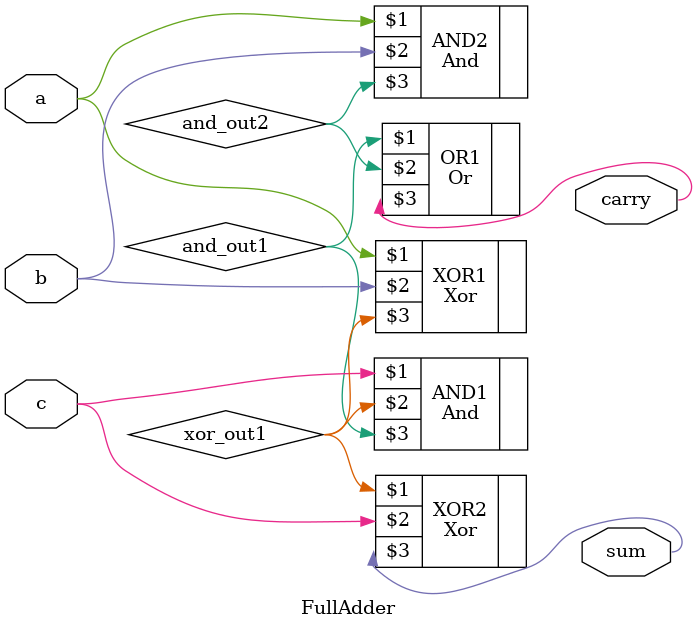
<source format=v>
/**
 * Computes the sum of three bits.
 */

`default_nettype none
module FullAdder(
	input a,		//1-bit input
	input b,		//1-bit input
	input c,		//1-bit input
	output sum,		//Right bit of a + b + c
	output carry	//Left bit of a + b + c
);

	// Put your code here:
	//sum = aXORbXORc
	//carry-out = (a.b)+(c.(aXORb))

	wire xor_out1;
	wire xor_out3;
	wire and_out1;
	wire and_out2;


	Xor XOR1(
		a,
		b,
		xor_out1
	);
	Xor XOR2(
		xor_out1,
		c,
		sum
	);

	//carry_gates

	And AND1(
		c,
		xor_out1,
		and_out1
	);


	And AND2(
		a,
		b,
		and_out2
	);

	Or OR1(
		and_out1,
		and_out2,
		carry
	);
endmodule

</source>
